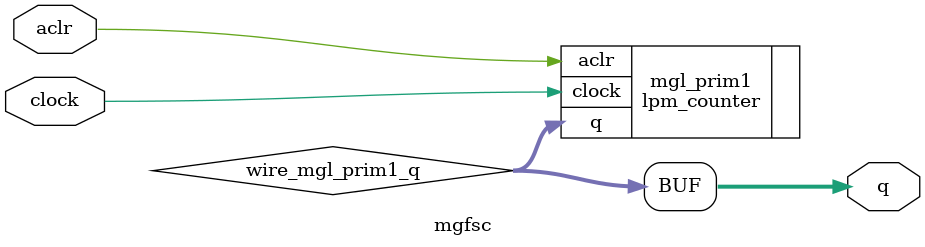
<source format=v>






//synthesis_resources = lpm_counter 1 
//synopsys translate_off
`timescale 1 ps / 1 ps
//synopsys translate_on
module  mgfsc
	( 
	aclr,
	clock,
	q) /* synthesis synthesis_clearbox=1 */;
	input   aclr;
	input   clock;
	output   [3:0]  q;

	wire  [3:0]   wire_mgl_prim1_q;

	lpm_counter   mgl_prim1
	( 
	.aclr(aclr),
	.clock(clock),
	.q(wire_mgl_prim1_q));
	defparam
		mgl_prim1.lpm_direction = "UP",
		mgl_prim1.lpm_port_updown = "PORT_UNUSED",
		mgl_prim1.lpm_type = "LPM_COUNTER",
		mgl_prim1.lpm_width = 4;
	assign
		q = wire_mgl_prim1_q;
endmodule //mgfsc
//VALID FILE

</source>
